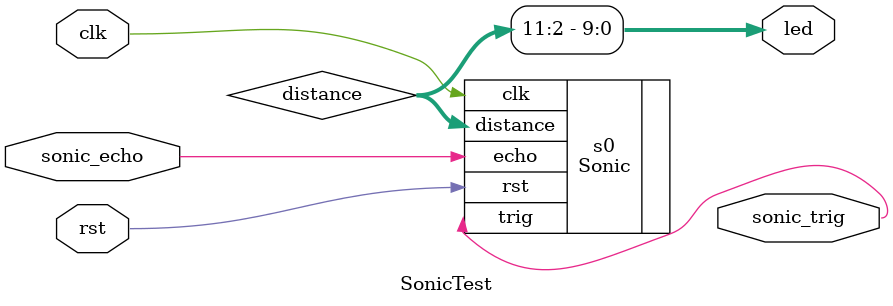
<source format=v>
module SonicTest (
    input rst,
    input clk,

    input  sonic_echo,
    output sonic_trig,

    output [9:0] led
);
    wire [19:0] distance;

    Sonic s0 (
        .rst     (rst),
        .clk     (clk),
        .echo    (sonic_echo),
        .trig    (sonic_trig),
        .distance(distance)
    );

    assign led = distance[11:2];
endmodule : SonicTest

</source>
